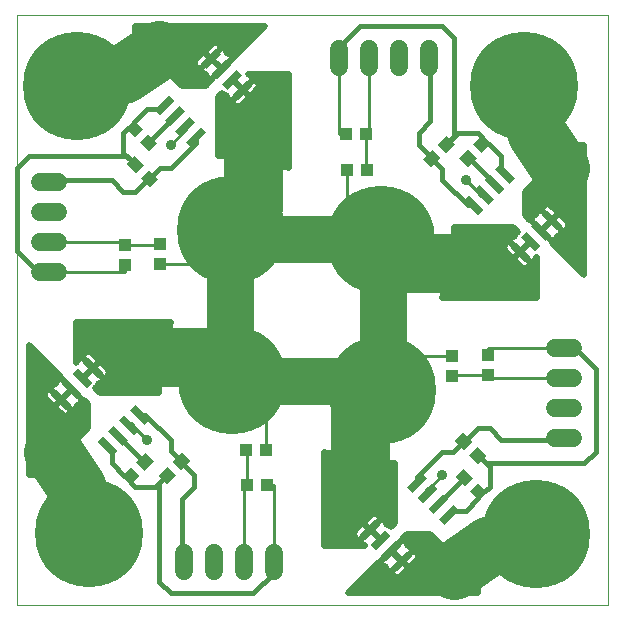
<source format=gtl>
G75*
G70*
%OFA0B0*%
%FSLAX24Y24*%
%IPPOS*%
%LPD*%
%AMOC8*
5,1,8,0,0,1.08239X$1,22.5*
%
%ADD10C,0.0000*%
%ADD11R,0.0689X0.0256*%
%ADD12C,0.3600*%
%ADD13C,0.0600*%
%ADD14R,0.0433X0.0394*%
%ADD15R,0.0394X0.0433*%
%ADD16C,0.0150*%
%ADD17C,0.0197*%
%ADD18C,0.0100*%
%ADD19C,0.0356*%
%ADD20C,0.1969*%
%ADD21C,0.1575*%
D10*
X000181Y000181D02*
X000181Y019866D01*
X019866Y019866D01*
X019866Y000181D01*
X000181Y000181D01*
D11*
G36*
X003355Y005144D02*
X002870Y005629D01*
X003051Y005810D01*
X003536Y005325D01*
X003355Y005144D01*
G37*
G36*
X003708Y005497D02*
X003223Y005982D01*
X003404Y006163D01*
X003889Y005678D01*
X003708Y005497D01*
G37*
G36*
X004062Y005851D02*
X003577Y006336D01*
X003758Y006517D01*
X004243Y006032D01*
X004062Y005851D01*
G37*
G36*
X004415Y006204D02*
X003930Y006689D01*
X004111Y006870D01*
X004596Y006385D01*
X004415Y006204D01*
G37*
G36*
X002856Y007763D02*
X002371Y008248D01*
X002552Y008429D01*
X003037Y007944D01*
X002856Y007763D01*
G37*
G36*
X002503Y007410D02*
X002018Y007895D01*
X002199Y008076D01*
X002684Y007591D01*
X002503Y007410D01*
G37*
G36*
X002149Y007056D02*
X001664Y007541D01*
X001845Y007722D01*
X002330Y007237D01*
X002149Y007056D01*
G37*
G36*
X001796Y006703D02*
X001311Y007188D01*
X001492Y007369D01*
X001977Y006884D01*
X001796Y006703D01*
G37*
G36*
X005811Y015633D02*
X006296Y016118D01*
X006477Y015937D01*
X005992Y015452D01*
X005811Y015633D01*
G37*
G36*
X005457Y015986D02*
X005942Y016471D01*
X006123Y016290D01*
X005638Y015805D01*
X005457Y015986D01*
G37*
G36*
X005103Y016340D02*
X005588Y016825D01*
X005769Y016644D01*
X005284Y016159D01*
X005103Y016340D01*
G37*
G36*
X004750Y016693D02*
X005235Y017178D01*
X005416Y016997D01*
X004931Y016512D01*
X004750Y016693D01*
G37*
G36*
X006309Y018252D02*
X006794Y018737D01*
X006975Y018556D01*
X006490Y018071D01*
X006309Y018252D01*
G37*
G36*
X006662Y017899D02*
X007147Y018384D01*
X007328Y018203D01*
X006843Y017718D01*
X006662Y017899D01*
G37*
G36*
X007016Y017545D02*
X007501Y018030D01*
X007682Y017849D01*
X007197Y017364D01*
X007016Y017545D01*
G37*
G36*
X007370Y017192D02*
X007855Y017677D01*
X008036Y017496D01*
X007551Y017011D01*
X007370Y017192D01*
G37*
G36*
X015239Y013844D02*
X015724Y013359D01*
X015543Y013178D01*
X015058Y013663D01*
X015239Y013844D01*
G37*
G36*
X015592Y014197D02*
X016077Y013712D01*
X015896Y013531D01*
X015411Y014016D01*
X015592Y014197D01*
G37*
G36*
X015946Y014551D02*
X016431Y014066D01*
X016250Y013885D01*
X015765Y014370D01*
X015946Y014551D01*
G37*
G36*
X016300Y014904D02*
X016785Y014419D01*
X016604Y014238D01*
X016119Y014723D01*
X016300Y014904D01*
G37*
G36*
X017859Y013345D02*
X018344Y012860D01*
X018163Y012679D01*
X017678Y013164D01*
X017859Y013345D01*
G37*
G36*
X017505Y012992D02*
X017990Y012507D01*
X017809Y012326D01*
X017324Y012811D01*
X017505Y012992D01*
G37*
G36*
X017151Y012638D02*
X017636Y012153D01*
X017455Y011972D01*
X016970Y012457D01*
X017151Y012638D01*
G37*
G36*
X016798Y012285D02*
X017283Y011800D01*
X017102Y011619D01*
X016617Y012104D01*
X016798Y012285D01*
G37*
G36*
X013844Y004415D02*
X013359Y003930D01*
X013178Y004111D01*
X013663Y004596D01*
X013844Y004415D01*
G37*
G36*
X014197Y004062D02*
X013712Y003577D01*
X013531Y003758D01*
X014016Y004243D01*
X014197Y004062D01*
G37*
G36*
X014551Y003708D02*
X014066Y003223D01*
X013885Y003404D01*
X014370Y003889D01*
X014551Y003708D01*
G37*
G36*
X014904Y003355D02*
X014419Y002870D01*
X014238Y003051D01*
X014723Y003536D01*
X014904Y003355D01*
G37*
G36*
X013345Y001796D02*
X012860Y001311D01*
X012679Y001492D01*
X013164Y001977D01*
X013345Y001796D01*
G37*
G36*
X012992Y002149D02*
X012507Y001664D01*
X012326Y001845D01*
X012811Y002330D01*
X012992Y002149D01*
G37*
G36*
X012638Y002503D02*
X012153Y002018D01*
X011972Y002199D01*
X012457Y002684D01*
X012638Y002503D01*
G37*
G36*
X012285Y002856D02*
X011800Y002371D01*
X011619Y002552D01*
X012104Y003037D01*
X012285Y002856D01*
G37*
D12*
X012355Y007355D03*
X012300Y012355D03*
X007300Y012693D03*
X007355Y007693D03*
X002567Y002575D03*
X017473Y002567D03*
X017087Y017473D03*
X002181Y017481D03*
D13*
X001544Y014300D02*
X000944Y014300D01*
X000944Y013300D02*
X001544Y013300D01*
X001544Y012300D02*
X000944Y012300D01*
X000944Y011300D02*
X001544Y011300D01*
X005748Y001938D02*
X005748Y001338D01*
X006748Y001338D02*
X006748Y001938D01*
X007748Y001938D02*
X007748Y001338D01*
X008748Y001338D02*
X008748Y001938D01*
X018110Y005748D02*
X018710Y005748D01*
X018710Y006748D02*
X018110Y006748D01*
X018110Y007748D02*
X018710Y007748D01*
X018710Y008748D02*
X018110Y008748D01*
X013906Y018110D02*
X013906Y018710D01*
X012906Y018710D02*
X012906Y018110D01*
X011906Y018110D02*
X011906Y018710D01*
X010906Y018710D02*
X010906Y018110D01*
D14*
G36*
X014297Y015077D02*
X013992Y014772D01*
X013713Y015051D01*
X014018Y015356D01*
X014297Y015077D01*
G37*
G36*
X014771Y015550D02*
X014466Y015245D01*
X014187Y015524D01*
X014492Y015829D01*
X014771Y015550D01*
G37*
G36*
X015501Y015099D02*
X015196Y014794D01*
X014917Y015073D01*
X015222Y015378D01*
X015501Y015099D01*
G37*
G36*
X015974Y015573D02*
X015669Y015268D01*
X015390Y015547D01*
X015695Y015852D01*
X015974Y015573D01*
G37*
X015874Y008516D03*
X015874Y007847D03*
X014693Y007815D03*
X014693Y008485D03*
G36*
X015077Y005357D02*
X014772Y005662D01*
X015051Y005941D01*
X015356Y005636D01*
X015077Y005357D01*
G37*
G36*
X015550Y004883D02*
X015245Y005188D01*
X015524Y005467D01*
X015829Y005162D01*
X015550Y004883D01*
G37*
G36*
X015099Y004153D02*
X014794Y004458D01*
X015073Y004737D01*
X015378Y004432D01*
X015099Y004153D01*
G37*
G36*
X015573Y003680D02*
X015268Y003985D01*
X015547Y004264D01*
X015852Y003959D01*
X015573Y003680D01*
G37*
G36*
X005357Y004971D02*
X005662Y005276D01*
X005941Y004997D01*
X005636Y004692D01*
X005357Y004971D01*
G37*
G36*
X004883Y004497D02*
X005188Y004802D01*
X005467Y004523D01*
X005162Y004218D01*
X004883Y004497D01*
G37*
G36*
X004153Y004948D02*
X004458Y005253D01*
X004737Y004974D01*
X004432Y004669D01*
X004153Y004948D01*
G37*
G36*
X003680Y004475D02*
X003985Y004780D01*
X004264Y004501D01*
X003959Y004196D01*
X003680Y004475D01*
G37*
X003780Y011532D03*
X003780Y012201D03*
X004961Y012233D03*
X004961Y011563D03*
G36*
X004577Y014691D02*
X004882Y014386D01*
X004603Y014107D01*
X004298Y014412D01*
X004577Y014691D01*
G37*
G36*
X004104Y015164D02*
X004409Y014859D01*
X004130Y014580D01*
X003825Y014885D01*
X004104Y015164D01*
G37*
G36*
X004555Y015895D02*
X004860Y015590D01*
X004581Y015311D01*
X004276Y015616D01*
X004555Y015895D01*
G37*
G36*
X004081Y016368D02*
X004386Y016063D01*
X004107Y015784D01*
X003802Y016089D01*
X004081Y016368D01*
G37*
D15*
X011138Y015874D03*
X011807Y015874D03*
X011839Y014693D03*
X011170Y014693D03*
X008485Y005355D03*
X007815Y005355D03*
X007847Y004174D03*
X008516Y004174D03*
D16*
X006087Y004118D02*
X006087Y004512D01*
X005649Y004950D01*
X005649Y004984D01*
X005300Y005333D01*
X005300Y005693D01*
X004455Y006537D01*
X004263Y006537D01*
X003556Y005830D02*
X004425Y004961D01*
X004445Y004961D01*
X003972Y004488D02*
X003972Y004265D01*
X004118Y004118D01*
X004783Y004118D01*
X005175Y004510D01*
X004906Y004241D01*
X004906Y000969D01*
X005300Y000575D01*
X008055Y000575D01*
X008748Y001268D01*
X008748Y001638D01*
X006087Y004118D02*
X005693Y003725D01*
X005693Y001693D01*
X005748Y001638D01*
X003972Y004488D02*
X003749Y004488D01*
X003331Y004906D01*
X003331Y005348D01*
X003203Y005477D01*
X001244Y011300D02*
X000874Y011300D01*
X000181Y011992D01*
X000181Y014748D01*
X000575Y015142D01*
X003847Y015142D01*
X004117Y014872D01*
X003725Y015265D01*
X003725Y015929D01*
X003871Y016076D01*
X004094Y016076D01*
X004094Y016299D01*
X004512Y016717D01*
X004954Y016717D01*
X005083Y016845D01*
X005436Y016492D02*
X004568Y015623D01*
X004568Y015603D01*
X004939Y014748D02*
X005300Y014748D01*
X006144Y015592D01*
X006144Y015785D01*
X004939Y014748D02*
X004590Y014399D01*
X004557Y014399D01*
X004118Y013961D01*
X003725Y013961D01*
X003331Y014355D01*
X001300Y014355D01*
X001244Y014300D01*
X010906Y018410D02*
X010906Y018780D01*
X011599Y019473D01*
X014355Y019473D01*
X014748Y019079D01*
X014748Y015807D01*
X014479Y015537D01*
X014871Y015929D01*
X015536Y015929D01*
X015682Y015783D01*
X015682Y015560D01*
X015906Y015560D01*
X016323Y015142D01*
X016323Y014700D01*
X016452Y014571D01*
X016098Y014218D02*
X015229Y015086D01*
X015209Y015086D01*
X014355Y014715D02*
X014355Y014355D01*
X015199Y013511D01*
X015391Y013511D01*
X014355Y014715D02*
X014005Y015064D01*
X014006Y015097D01*
X013567Y015536D01*
X013567Y015929D01*
X013961Y016323D01*
X013961Y018355D01*
X013906Y018410D01*
X018410Y008748D02*
X018780Y008748D01*
X019473Y008055D01*
X019473Y005300D01*
X019079Y004906D01*
X015807Y004906D01*
X015537Y005175D01*
X015929Y004783D01*
X015929Y004118D01*
X015783Y003972D01*
X015560Y003972D01*
X015560Y003749D01*
X015142Y003331D01*
X014700Y003331D01*
X014571Y003203D01*
X014218Y003556D02*
X015086Y004425D01*
X015086Y004445D01*
X014715Y005300D02*
X014355Y005300D01*
X013511Y004455D01*
X013511Y004263D01*
X014715Y005300D02*
X015064Y005649D01*
X015097Y005649D01*
X015536Y006087D01*
X015929Y006087D01*
X016323Y005693D01*
X018355Y005693D01*
X018410Y005748D01*
D17*
X014565Y001940D02*
X013484Y001940D01*
X013505Y001919D02*
X013396Y002027D01*
X013013Y001644D01*
X013012Y001644D01*
X013012Y001644D01*
X012782Y001874D01*
X012659Y001997D01*
X012659Y001997D01*
X012659Y001998D01*
X013042Y002381D01*
X013027Y002397D01*
X013174Y002544D01*
X013961Y002544D01*
X015536Y000969D01*
X015536Y000575D01*
X011205Y000575D01*
X012259Y001629D01*
X012275Y001613D01*
X012384Y001504D01*
X012429Y001478D01*
X012479Y001465D01*
X012480Y001465D01*
X012480Y001464D01*
X012493Y001414D01*
X012519Y001369D01*
X012628Y001260D01*
X013012Y001643D01*
X012628Y001260D01*
X012737Y001151D01*
X012783Y001125D01*
X012833Y001111D01*
X012885Y001111D01*
X012936Y001125D01*
X012981Y001151D01*
X013243Y001413D01*
X013505Y001675D01*
X013531Y001720D01*
X013545Y001771D01*
X013545Y001823D01*
X013531Y001873D01*
X013505Y001919D01*
X013396Y002028D02*
X013287Y002136D01*
X013242Y002163D01*
X013191Y002176D01*
X013191Y002176D01*
X013191Y002176D01*
X013178Y002227D01*
X013151Y002272D01*
X013043Y002381D01*
X012659Y001997D01*
X012889Y001766D01*
X013012Y001644D01*
X013396Y002028D01*
X013309Y001940D02*
X013308Y001940D01*
X013288Y002135D02*
X014369Y002135D01*
X014174Y002331D02*
X013093Y002331D01*
X012993Y002331D02*
X012992Y002331D01*
X013156Y002526D02*
X013978Y002526D01*
X013538Y001745D02*
X014760Y001745D01*
X014955Y001549D02*
X013379Y001549D01*
X013243Y001413D02*
X013013Y001643D01*
X013012Y001643D01*
X013012Y001643D01*
X013243Y001413D01*
X013184Y001354D02*
X015151Y001354D01*
X015346Y001158D02*
X012989Y001158D01*
X012730Y001158D02*
X011788Y001158D01*
X011593Y000963D02*
X015536Y000963D01*
X015536Y000768D02*
X011398Y000768D01*
X011984Y001354D02*
X012534Y001354D01*
X012722Y001354D02*
X012723Y001354D01*
X012917Y001549D02*
X012918Y001549D01*
X013106Y001549D02*
X013107Y001549D01*
X013113Y001745D02*
X013114Y001745D01*
X012911Y001745D02*
X012911Y001745D01*
X012889Y001766D02*
X012889Y001766D01*
X012716Y001940D02*
X012716Y001940D01*
X012659Y001997D02*
X012275Y001613D01*
X012658Y001997D01*
X012659Y001997D01*
X012602Y001940D02*
X012601Y001940D01*
X012406Y001745D02*
X012406Y001745D01*
X012339Y001549D02*
X012179Y001549D01*
X011778Y002150D02*
X010418Y002150D01*
X010418Y005300D01*
X011992Y004906D01*
X012780Y004906D01*
X012780Y002937D01*
X012633Y002791D01*
X012580Y002844D01*
X012535Y002870D01*
X012484Y002883D01*
X012484Y002884D01*
X012471Y002934D01*
X012444Y002979D01*
X012336Y003088D01*
X011952Y002704D01*
X012182Y002474D01*
X012249Y002407D01*
X012249Y002406D01*
X012074Y002581D01*
X011952Y002704D01*
X011952Y002704D01*
X011952Y002705D01*
X012335Y003088D01*
X012226Y003197D01*
X012181Y003223D01*
X012131Y003237D01*
X012079Y003237D01*
X012028Y003223D01*
X011983Y003197D01*
X011721Y002935D01*
X011951Y002705D01*
X011951Y002704D01*
X011951Y002704D01*
X011568Y002321D01*
X011459Y002429D01*
X011433Y002475D01*
X011419Y002525D01*
X011419Y002577D01*
X011433Y002628D01*
X011459Y002673D01*
X011721Y002935D01*
X011951Y002704D01*
X011568Y002320D01*
X011677Y002211D01*
X011722Y002185D01*
X011772Y002172D01*
X011773Y002172D01*
X011773Y002171D01*
X011778Y002150D01*
X011578Y002331D02*
X011578Y002331D01*
X011557Y002331D02*
X010418Y002331D01*
X010418Y002526D02*
X011419Y002526D01*
X011507Y002722D02*
X010418Y002722D01*
X010418Y002917D02*
X011703Y002917D01*
X011739Y002917D02*
X011739Y002917D01*
X011898Y003112D02*
X010418Y003112D01*
X010418Y003308D02*
X012780Y003308D01*
X012780Y003503D02*
X010418Y003503D01*
X010418Y003699D02*
X012780Y003699D01*
X012780Y003894D02*
X010418Y003894D01*
X010418Y004089D02*
X012780Y004089D01*
X012780Y004285D02*
X010418Y004285D01*
X010418Y004480D02*
X012780Y004480D01*
X012780Y004675D02*
X010418Y004675D01*
X010418Y004871D02*
X012780Y004871D01*
X013864Y004022D02*
X013864Y003910D01*
X012780Y003112D02*
X012311Y003112D01*
X012164Y002917D02*
X012164Y002917D01*
X011969Y002722D02*
X011969Y002722D01*
X011935Y002722D02*
X011934Y002722D01*
X012074Y002581D02*
X012074Y002581D01*
X012129Y002526D02*
X012130Y002526D01*
X011774Y002526D02*
X011773Y002526D01*
X012484Y002883D02*
X012484Y002883D01*
X012475Y002917D02*
X012759Y002917D01*
X012797Y002135D02*
X012797Y002135D01*
X011351Y005066D02*
X010418Y005066D01*
X010418Y005262D02*
X010569Y005262D01*
X014355Y010418D02*
X014748Y011992D01*
X014748Y012780D01*
X016717Y012780D01*
X016864Y012633D01*
X016811Y012580D01*
X016784Y012535D01*
X016771Y012484D01*
X016771Y012484D01*
X016771Y012484D01*
X016720Y012471D01*
X016675Y012444D01*
X016566Y012336D01*
X016950Y011952D01*
X017180Y012182D01*
X017180Y012182D01*
X017247Y012249D01*
X017248Y012249D01*
X017181Y012182D01*
X016950Y011952D01*
X016950Y011952D01*
X016949Y011952D01*
X016566Y012335D01*
X016457Y012226D01*
X016431Y012181D01*
X016417Y012131D01*
X016417Y012079D01*
X016431Y012028D01*
X016457Y011983D01*
X016719Y011721D01*
X016949Y011951D01*
X016950Y011951D01*
X016950Y011951D01*
X017334Y011568D01*
X017443Y011677D01*
X017469Y011722D01*
X017482Y011772D01*
X017482Y011773D01*
X017483Y011773D01*
X017504Y011778D01*
X017504Y010418D01*
X014355Y010418D01*
X014385Y010537D02*
X017504Y010537D01*
X017504Y010733D02*
X014433Y010733D01*
X014482Y010928D02*
X017504Y010928D01*
X017504Y011123D02*
X014531Y011123D01*
X014580Y011319D02*
X017504Y011319D01*
X017504Y011514D02*
X017280Y011514D01*
X017334Y011568D02*
X017225Y011459D01*
X017180Y011433D01*
X017129Y011419D01*
X017077Y011419D01*
X017026Y011433D01*
X016981Y011459D01*
X016719Y011721D01*
X016950Y011951D01*
X017334Y011568D01*
X017462Y011710D02*
X017504Y011710D01*
X017192Y011710D02*
X017191Y011710D01*
X016996Y011905D02*
X016997Y011905D01*
X016904Y011905D02*
X016903Y011905D01*
X016801Y012100D02*
X016801Y012100D01*
X016606Y012296D02*
X016605Y012296D01*
X016526Y012296D02*
X014748Y012296D01*
X014748Y012491D02*
X016773Y012491D01*
X016810Y012687D02*
X014748Y012687D01*
X014748Y012100D02*
X016417Y012100D01*
X016535Y011905D02*
X014726Y011905D01*
X014678Y011710D02*
X016730Y011710D01*
X016926Y011514D02*
X014629Y011514D01*
X015633Y013864D02*
X015744Y013864D01*
X017111Y013859D02*
X019079Y013859D01*
X019079Y014054D02*
X017204Y014054D01*
X017111Y013961D02*
X018685Y015536D01*
X019079Y015536D01*
X019079Y011205D01*
X018025Y012259D01*
X018041Y012275D01*
X018150Y012384D01*
X018176Y012429D01*
X018189Y012479D01*
X018189Y012480D01*
X018190Y012480D01*
X018240Y012493D01*
X018285Y012519D01*
X018394Y012628D01*
X018011Y013012D01*
X018394Y012628D01*
X018503Y012737D01*
X018529Y012783D01*
X018543Y012833D01*
X018543Y012885D01*
X018529Y012936D01*
X018503Y012981D01*
X018241Y013243D01*
X017979Y013505D01*
X017934Y013531D01*
X017884Y013545D01*
X017831Y013545D01*
X017781Y013531D01*
X017736Y013505D01*
X017627Y013396D01*
X018010Y013013D01*
X018010Y013012D01*
X018010Y013012D01*
X017780Y012782D01*
X017657Y012659D01*
X017657Y012659D01*
X017656Y012659D01*
X017273Y013042D01*
X017257Y013027D01*
X017111Y013174D01*
X017111Y013961D01*
X017111Y013664D02*
X019079Y013664D01*
X019079Y013468D02*
X018016Y013468D01*
X018211Y013273D02*
X019079Y013273D01*
X019079Y013077D02*
X018407Y013077D01*
X018241Y013243D02*
X018011Y013012D01*
X018011Y013012D01*
X018011Y013013D01*
X018241Y013243D01*
X018075Y013077D02*
X018076Y013077D01*
X018010Y013012D02*
X017626Y013396D01*
X017518Y013287D01*
X017492Y013242D01*
X017478Y013191D01*
X017478Y013191D01*
X017478Y013191D01*
X017427Y013178D01*
X017382Y013151D01*
X017273Y013043D01*
X017657Y012659D01*
X017780Y012781D01*
X018010Y013012D01*
X017945Y013077D02*
X017946Y013077D01*
X017880Y012882D02*
X017881Y012882D01*
X018140Y012882D02*
X018141Y012882D01*
X018336Y012687D02*
X018336Y012687D01*
X018453Y012687D02*
X019079Y012687D01*
X019079Y012882D02*
X018543Y012882D01*
X018233Y012491D02*
X019079Y012491D01*
X019079Y012296D02*
X018062Y012296D01*
X018041Y012275D02*
X017657Y012659D01*
X017657Y012658D01*
X018041Y012275D01*
X018020Y012296D02*
X018020Y012296D01*
X018184Y012100D02*
X019079Y012100D01*
X019079Y011905D02*
X018379Y011905D01*
X018574Y011710D02*
X019079Y011710D01*
X019079Y011514D02*
X018770Y011514D01*
X018965Y011319D02*
X019079Y011319D01*
X017825Y012491D02*
X017824Y012491D01*
X017685Y012687D02*
X017685Y012687D01*
X017629Y012687D02*
X017629Y012687D01*
X017434Y012882D02*
X017433Y012882D01*
X017308Y013077D02*
X017207Y013077D01*
X017111Y013273D02*
X017509Y013273D01*
X017750Y013273D02*
X017750Y013273D01*
X017699Y013468D02*
X017111Y013468D01*
X017399Y014250D02*
X019079Y014250D01*
X019079Y014445D02*
X017595Y014445D01*
X017790Y014641D02*
X019079Y014641D01*
X019079Y014836D02*
X017986Y014836D01*
X018181Y015031D02*
X019079Y015031D01*
X019079Y015227D02*
X018376Y015227D01*
X018572Y015422D02*
X019079Y015422D01*
X017181Y012182D02*
X017181Y012182D01*
X017099Y012100D02*
X017098Y012100D01*
X009237Y014748D02*
X007662Y015142D01*
X006874Y015142D01*
X006874Y017111D01*
X007021Y017257D01*
X007074Y017204D01*
X007119Y017178D01*
X007170Y017165D01*
X007170Y017164D01*
X007184Y017114D01*
X007210Y017069D01*
X007319Y016960D01*
X007319Y016959D02*
X007428Y016851D01*
X007473Y016825D01*
X007523Y016811D01*
X007576Y016811D01*
X007626Y016825D01*
X007671Y016851D01*
X007933Y017113D01*
X007703Y017343D01*
X007703Y017343D01*
X007933Y017113D01*
X008195Y017375D01*
X008221Y017420D01*
X008235Y017471D01*
X008235Y017523D01*
X008221Y017573D01*
X008195Y017618D01*
X008086Y017727D01*
X007977Y017836D01*
X007932Y017862D01*
X007882Y017876D01*
X007881Y017876D01*
X007881Y017876D01*
X007876Y017898D01*
X009237Y017898D01*
X009237Y014748D01*
X009237Y014836D02*
X008886Y014836D01*
X009237Y015031D02*
X008105Y015031D01*
X009237Y015227D02*
X006874Y015227D01*
X006874Y015422D02*
X009237Y015422D01*
X009237Y015618D02*
X006874Y015618D01*
X006874Y015813D02*
X009237Y015813D01*
X009237Y016008D02*
X006874Y016008D01*
X006874Y016204D02*
X009237Y016204D01*
X009237Y016399D02*
X006874Y016399D01*
X006874Y016594D02*
X009237Y016594D01*
X009237Y016790D02*
X006874Y016790D01*
X006874Y016985D02*
X007293Y016985D01*
X007319Y016960D02*
X007702Y017343D01*
X007319Y016959D01*
X007344Y016985D02*
X007345Y016985D01*
X007170Y017165D02*
X007170Y017165D01*
X007115Y017181D02*
X006944Y017181D01*
X006548Y017571D02*
X005626Y017571D01*
X005693Y017504D02*
X004118Y019079D01*
X004118Y019473D01*
X008449Y019473D01*
X007395Y018419D01*
X007379Y018434D01*
X006996Y018051D01*
X006996Y018051D01*
X007379Y018435D01*
X007270Y018543D01*
X007225Y018570D01*
X007175Y018583D01*
X007174Y018583D01*
X007174Y018583D01*
X007161Y018634D01*
X007135Y018679D01*
X007026Y018788D01*
X006642Y018404D01*
X006873Y018174D01*
X006995Y018051D01*
X006872Y018173D01*
X006872Y018173D01*
X006642Y018404D01*
X006642Y018404D01*
X006258Y018020D01*
X006367Y017911D01*
X006412Y017885D01*
X006463Y017872D01*
X006463Y017871D01*
X006476Y017821D01*
X006503Y017776D01*
X006611Y017667D01*
X006995Y018051D01*
X006995Y018051D01*
X006995Y018050D01*
X006612Y017667D01*
X006627Y017651D01*
X006481Y017504D01*
X005693Y017504D01*
X005431Y017767D02*
X006511Y017767D01*
X006463Y017872D02*
X006463Y017872D01*
X006316Y017962D02*
X005235Y017962D01*
X005040Y018158D02*
X006133Y018158D01*
X006123Y018174D02*
X006149Y018129D01*
X006258Y018020D01*
X006641Y018404D01*
X006642Y018404D01*
X006642Y018405D01*
X007026Y018788D01*
X006917Y018897D01*
X006872Y018923D01*
X006821Y018937D01*
X006769Y018937D01*
X006718Y018923D01*
X006673Y018897D01*
X006411Y018635D01*
X006149Y018373D01*
X006123Y018328D01*
X006109Y018277D01*
X006109Y018225D01*
X006123Y018174D01*
X006138Y018353D02*
X004844Y018353D01*
X004649Y018548D02*
X006325Y018548D01*
X006411Y018635D02*
X006641Y018404D01*
X006642Y018405D01*
X006411Y018635D01*
X006497Y018548D02*
X006498Y018548D01*
X006520Y018744D02*
X004454Y018744D01*
X004258Y018939D02*
X007916Y018939D01*
X008111Y019135D02*
X004118Y019135D01*
X004118Y019330D02*
X008306Y019330D01*
X007720Y018744D02*
X007070Y018744D01*
X006982Y018744D02*
X006981Y018744D01*
X006786Y018548D02*
X006786Y018548D01*
X006693Y018353D02*
X006693Y018353D01*
X006591Y018353D02*
X006590Y018353D01*
X006395Y018158D02*
X006396Y018158D01*
X006711Y017767D02*
X006712Y017767D01*
X006907Y017962D02*
X006907Y017962D01*
X006888Y018158D02*
X006889Y018158D01*
X007102Y018158D02*
X007103Y018158D01*
X007298Y018353D02*
X007298Y018353D01*
X007262Y018548D02*
X007525Y018548D01*
X008047Y017767D02*
X009237Y017767D01*
X009237Y017571D02*
X008222Y017571D01*
X008196Y017376D02*
X009237Y017376D01*
X009237Y017181D02*
X008001Y017181D01*
X007866Y017181D02*
X007865Y017181D01*
X007806Y016985D02*
X009237Y016985D01*
X008086Y017727D02*
X007703Y017344D01*
X008086Y017727D01*
X007931Y017571D02*
X007930Y017571D01*
X007735Y017376D02*
X007735Y017376D01*
X007703Y017344D02*
X007703Y017344D01*
X007702Y017344D02*
X007702Y017344D01*
X007472Y017574D01*
X007472Y017574D01*
X007702Y017344D01*
X007702Y017343D02*
X007702Y017343D01*
X007670Y017376D02*
X007670Y017376D01*
X007539Y017181D02*
X007540Y017181D01*
X007474Y017571D02*
X007475Y017571D01*
X007472Y017574D02*
X007405Y017641D01*
X007405Y017641D01*
X007472Y017574D01*
X005790Y016138D02*
X005790Y016026D01*
X005300Y009630D02*
X002150Y009630D01*
X002150Y008269D01*
X002171Y008275D01*
X002172Y008275D01*
X002172Y008275D01*
X002185Y008326D01*
X002211Y008371D01*
X002320Y008480D01*
X002704Y008096D01*
X002474Y007865D01*
X002407Y007799D01*
X002407Y007799D01*
X002473Y007866D01*
X002704Y008096D01*
X002704Y008096D01*
X002705Y008096D01*
X003088Y007712D01*
X002704Y008096D01*
X002704Y008097D01*
X002321Y008480D01*
X002429Y008589D01*
X002475Y008615D01*
X002525Y008629D01*
X002577Y008629D01*
X002628Y008615D01*
X002673Y008589D01*
X002935Y008327D01*
X002704Y008097D01*
X002705Y008096D01*
X002935Y008327D01*
X003197Y008065D01*
X003223Y008020D01*
X003237Y007969D01*
X003237Y007917D01*
X003223Y007867D01*
X003197Y007821D01*
X003088Y007712D01*
X002979Y007603D01*
X002934Y007577D01*
X002884Y007564D01*
X002883Y007564D01*
X002883Y007563D01*
X002870Y007513D01*
X002844Y007468D01*
X002791Y007415D01*
X002937Y007268D01*
X004906Y007268D01*
X004906Y008055D01*
X005300Y009630D01*
X005282Y009560D02*
X002150Y009560D01*
X002150Y009365D02*
X005233Y009365D01*
X005184Y009170D02*
X002150Y009170D01*
X002150Y008974D02*
X005136Y008974D01*
X005087Y008779D02*
X002150Y008779D01*
X002150Y008583D02*
X002424Y008583D01*
X002412Y008388D02*
X002413Y008388D01*
X002228Y008388D02*
X002150Y008388D01*
X002605Y007997D02*
X002605Y007997D01*
X002608Y008193D02*
X002608Y008193D01*
X002800Y008193D02*
X002801Y008193D01*
X002803Y007997D02*
X002804Y007997D01*
X002998Y007802D02*
X002999Y007802D01*
X003178Y007802D02*
X004906Y007802D01*
X004906Y007997D02*
X003229Y007997D01*
X003069Y008193D02*
X004940Y008193D01*
X004989Y008388D02*
X002874Y008388D01*
X002679Y008583D02*
X005038Y008583D01*
X004906Y007606D02*
X002982Y007606D01*
X002794Y007411D02*
X004906Y007411D01*
X004022Y006184D02*
X003910Y006184D01*
X002544Y006239D02*
X000575Y006239D01*
X000575Y006434D02*
X002544Y006434D01*
X002544Y006629D02*
X002005Y006629D01*
X002027Y006652D02*
X001919Y006543D01*
X001873Y006517D01*
X001823Y006503D01*
X001771Y006503D01*
X001720Y006517D01*
X001675Y006543D01*
X001413Y006805D01*
X001643Y007035D01*
X001413Y006805D01*
X001151Y007067D01*
X001125Y007112D01*
X001111Y007163D01*
X001111Y007215D01*
X001125Y007265D01*
X001151Y007311D01*
X001260Y007419D01*
X001643Y007036D01*
X001643Y007036D01*
X001260Y007420D01*
X001369Y007528D01*
X001414Y007555D01*
X001464Y007568D01*
X001465Y007568D01*
X001465Y007568D01*
X001478Y007619D01*
X001504Y007664D01*
X001613Y007773D01*
X001997Y007389D01*
X001997Y007389D01*
X001874Y007266D01*
X001644Y007036D01*
X001644Y007036D01*
X001874Y007266D01*
X001874Y007266D01*
X001874Y007266D01*
X001997Y007389D01*
X001997Y007390D01*
X001613Y007773D01*
X001629Y007789D01*
X000575Y008843D01*
X000575Y004512D01*
X000969Y004512D01*
X002544Y006087D01*
X002544Y006874D01*
X002397Y007021D01*
X002381Y007005D01*
X001997Y007389D01*
X001998Y007389D01*
X002381Y007005D01*
X002272Y006896D01*
X002227Y006870D01*
X002176Y006857D01*
X002176Y006857D01*
X002176Y006856D01*
X002163Y006806D01*
X002136Y006761D01*
X002028Y006652D01*
X001644Y007035D01*
X001644Y007035D01*
X002027Y006652D01*
X002168Y006825D02*
X002544Y006825D01*
X002398Y007020D02*
X002396Y007020D01*
X002366Y007020D02*
X002366Y007020D01*
X002171Y007216D02*
X002170Y007216D01*
X001975Y007411D02*
X001976Y007411D01*
X001823Y007216D02*
X001824Y007216D01*
X001643Y007035D02*
X001643Y007035D01*
X001629Y007020D02*
X001628Y007020D01*
X001659Y007020D02*
X001659Y007020D01*
X001854Y006825D02*
X001855Y006825D01*
X001588Y006629D02*
X000575Y006629D01*
X000575Y006825D02*
X001393Y006825D01*
X001433Y006825D02*
X001433Y006825D01*
X001463Y007216D02*
X001464Y007216D01*
X001268Y007411D02*
X001268Y007411D01*
X001251Y007411D02*
X000575Y007411D01*
X000575Y007216D02*
X001111Y007216D01*
X001197Y007020D02*
X000575Y007020D01*
X000575Y007606D02*
X001475Y007606D01*
X001616Y007802D02*
X000575Y007802D01*
X000575Y007997D02*
X001421Y007997D01*
X001225Y008193D02*
X000575Y008193D01*
X000575Y008388D02*
X001030Y008388D01*
X000835Y008583D02*
X000575Y008583D01*
X000575Y008779D02*
X000639Y008779D01*
X001780Y007606D02*
X001780Y007606D01*
X002410Y007802D02*
X002410Y007802D01*
X002500Y006043D02*
X000575Y006043D01*
X000575Y005848D02*
X002305Y005848D01*
X002109Y005652D02*
X000575Y005652D01*
X000575Y005457D02*
X001914Y005457D01*
X001718Y005262D02*
X000575Y005262D01*
X000575Y005066D02*
X001523Y005066D01*
X001328Y004871D02*
X000575Y004871D01*
X000575Y004675D02*
X001132Y004675D01*
D18*
X004022Y006184D02*
X004512Y005693D01*
X007355Y007693D02*
X008485Y006563D01*
X008485Y005355D01*
X007847Y005355D02*
X007847Y004174D01*
X007748Y004174D01*
X007748Y001638D01*
X008748Y001638D02*
X008748Y004174D01*
X008516Y004174D01*
X007847Y005355D02*
X007815Y005355D01*
X012355Y007355D02*
X013485Y008485D01*
X014693Y008485D01*
X014693Y007847D02*
X015874Y007847D01*
X015874Y007748D01*
X018410Y007748D01*
X018410Y008748D02*
X015874Y008748D01*
X015874Y008516D01*
X014693Y007847D02*
X014693Y007815D01*
X014355Y004512D02*
X013864Y004022D01*
X006170Y011563D02*
X007300Y012693D01*
X006170Y011563D02*
X004961Y011563D01*
X004961Y012201D02*
X003780Y012201D01*
X003780Y012300D01*
X001244Y012300D01*
X001244Y011300D02*
X003780Y011300D01*
X003780Y011532D01*
X004961Y012201D02*
X004961Y012233D01*
X005300Y015536D02*
X005790Y016026D01*
X010906Y015874D02*
X010906Y018410D01*
X011906Y018410D02*
X011906Y015874D01*
X011807Y015874D01*
X011807Y014693D01*
X011839Y014693D01*
X011170Y014693D02*
X011170Y013485D01*
X012300Y012355D01*
X015142Y014355D02*
X015633Y013864D01*
X011138Y015874D02*
X010906Y015874D01*
D19*
X015142Y014355D03*
X014355Y004512D03*
X004512Y005693D03*
X005300Y015536D03*
D20*
X003701Y017874D02*
X004906Y018685D01*
X003701Y017874D02*
X002181Y017481D01*
X007300Y012693D02*
X008055Y013449D01*
X008055Y015536D01*
X012300Y012355D02*
X013055Y011599D01*
X015142Y011599D01*
X018292Y014748D02*
X017481Y015953D01*
X017087Y017473D01*
X007355Y007693D02*
X006599Y008449D01*
X004512Y008449D01*
X001363Y005300D02*
X002174Y004095D01*
X002567Y002575D01*
X011599Y004512D02*
X011599Y006599D01*
X012355Y007355D01*
X015953Y002174D02*
X014748Y001363D01*
X015953Y002174D02*
X017473Y002567D01*
D21*
X012386Y007268D02*
X012386Y007662D01*
X012386Y012386D01*
X007268Y012386D01*
X007268Y012780D01*
X007268Y012386D02*
X007268Y007662D01*
X012386Y007662D01*
M02*

</source>
